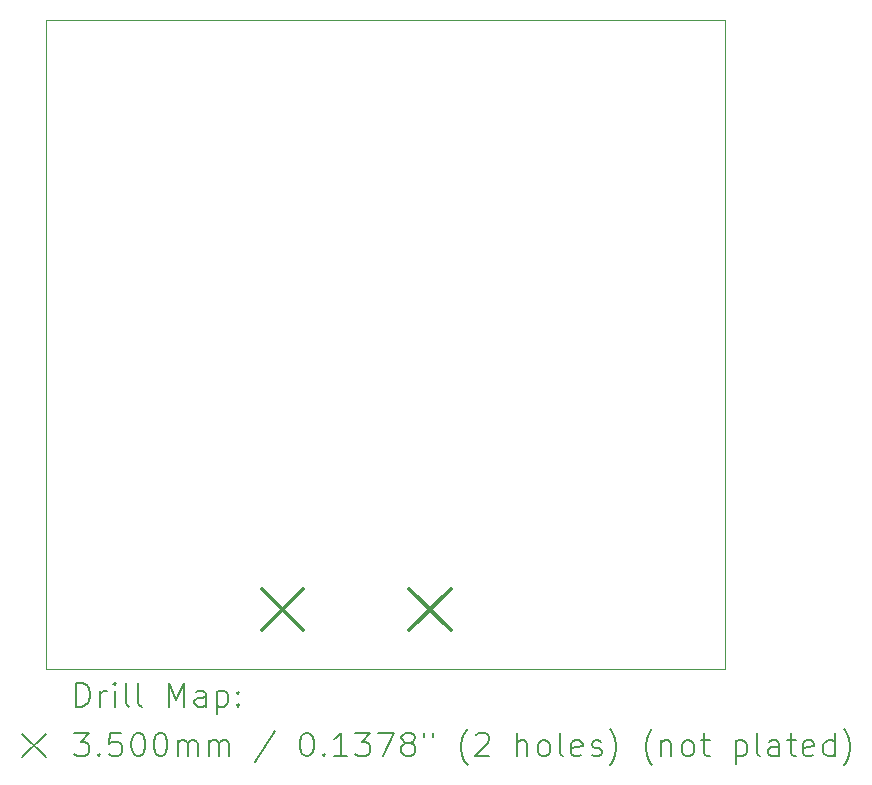
<source format=gbr>
%TF.GenerationSoftware,KiCad,Pcbnew,7.0.7*%
%TF.CreationDate,2023-09-17T16:54:02-03:00*%
%TF.ProjectId,nihon_lamp,6e69686f-6e5f-46c6-916d-702e6b696361,rev?*%
%TF.SameCoordinates,Original*%
%TF.FileFunction,Drillmap*%
%TF.FilePolarity,Positive*%
%FSLAX45Y45*%
G04 Gerber Fmt 4.5, Leading zero omitted, Abs format (unit mm)*
G04 Created by KiCad (PCBNEW 7.0.7) date 2023-09-17 16:54:02*
%MOMM*%
%LPD*%
G01*
G04 APERTURE LIST*
%ADD10C,0.100000*%
%ADD11C,0.200000*%
%ADD12C,0.350000*%
G04 APERTURE END LIST*
D10*
X9500000Y-7000000D02*
X15250000Y-7000000D01*
X15250000Y-12500000D01*
X9500000Y-12500000D01*
X9500000Y-7000000D01*
D11*
D12*
X11325000Y-11818000D02*
X11675000Y-12168000D01*
X11675000Y-11818000D02*
X11325000Y-12168000D01*
X12575000Y-11818000D02*
X12925000Y-12168000D01*
X12925000Y-11818000D02*
X12575000Y-12168000D01*
D11*
X9755777Y-12816484D02*
X9755777Y-12616484D01*
X9755777Y-12616484D02*
X9803396Y-12616484D01*
X9803396Y-12616484D02*
X9831967Y-12626008D01*
X9831967Y-12626008D02*
X9851015Y-12645055D01*
X9851015Y-12645055D02*
X9860539Y-12664103D01*
X9860539Y-12664103D02*
X9870063Y-12702198D01*
X9870063Y-12702198D02*
X9870063Y-12730769D01*
X9870063Y-12730769D02*
X9860539Y-12768865D01*
X9860539Y-12768865D02*
X9851015Y-12787912D01*
X9851015Y-12787912D02*
X9831967Y-12806960D01*
X9831967Y-12806960D02*
X9803396Y-12816484D01*
X9803396Y-12816484D02*
X9755777Y-12816484D01*
X9955777Y-12816484D02*
X9955777Y-12683150D01*
X9955777Y-12721246D02*
X9965301Y-12702198D01*
X9965301Y-12702198D02*
X9974824Y-12692674D01*
X9974824Y-12692674D02*
X9993872Y-12683150D01*
X9993872Y-12683150D02*
X10012920Y-12683150D01*
X10079586Y-12816484D02*
X10079586Y-12683150D01*
X10079586Y-12616484D02*
X10070063Y-12626008D01*
X10070063Y-12626008D02*
X10079586Y-12635531D01*
X10079586Y-12635531D02*
X10089110Y-12626008D01*
X10089110Y-12626008D02*
X10079586Y-12616484D01*
X10079586Y-12616484D02*
X10079586Y-12635531D01*
X10203396Y-12816484D02*
X10184348Y-12806960D01*
X10184348Y-12806960D02*
X10174824Y-12787912D01*
X10174824Y-12787912D02*
X10174824Y-12616484D01*
X10308158Y-12816484D02*
X10289110Y-12806960D01*
X10289110Y-12806960D02*
X10279586Y-12787912D01*
X10279586Y-12787912D02*
X10279586Y-12616484D01*
X10536729Y-12816484D02*
X10536729Y-12616484D01*
X10536729Y-12616484D02*
X10603396Y-12759341D01*
X10603396Y-12759341D02*
X10670063Y-12616484D01*
X10670063Y-12616484D02*
X10670063Y-12816484D01*
X10851015Y-12816484D02*
X10851015Y-12711722D01*
X10851015Y-12711722D02*
X10841491Y-12692674D01*
X10841491Y-12692674D02*
X10822444Y-12683150D01*
X10822444Y-12683150D02*
X10784348Y-12683150D01*
X10784348Y-12683150D02*
X10765301Y-12692674D01*
X10851015Y-12806960D02*
X10831967Y-12816484D01*
X10831967Y-12816484D02*
X10784348Y-12816484D01*
X10784348Y-12816484D02*
X10765301Y-12806960D01*
X10765301Y-12806960D02*
X10755777Y-12787912D01*
X10755777Y-12787912D02*
X10755777Y-12768865D01*
X10755777Y-12768865D02*
X10765301Y-12749817D01*
X10765301Y-12749817D02*
X10784348Y-12740293D01*
X10784348Y-12740293D02*
X10831967Y-12740293D01*
X10831967Y-12740293D02*
X10851015Y-12730769D01*
X10946253Y-12683150D02*
X10946253Y-12883150D01*
X10946253Y-12692674D02*
X10965301Y-12683150D01*
X10965301Y-12683150D02*
X11003396Y-12683150D01*
X11003396Y-12683150D02*
X11022444Y-12692674D01*
X11022444Y-12692674D02*
X11031967Y-12702198D01*
X11031967Y-12702198D02*
X11041491Y-12721246D01*
X11041491Y-12721246D02*
X11041491Y-12778388D01*
X11041491Y-12778388D02*
X11031967Y-12797436D01*
X11031967Y-12797436D02*
X11022444Y-12806960D01*
X11022444Y-12806960D02*
X11003396Y-12816484D01*
X11003396Y-12816484D02*
X10965301Y-12816484D01*
X10965301Y-12816484D02*
X10946253Y-12806960D01*
X11127205Y-12797436D02*
X11136729Y-12806960D01*
X11136729Y-12806960D02*
X11127205Y-12816484D01*
X11127205Y-12816484D02*
X11117682Y-12806960D01*
X11117682Y-12806960D02*
X11127205Y-12797436D01*
X11127205Y-12797436D02*
X11127205Y-12816484D01*
X11127205Y-12692674D02*
X11136729Y-12702198D01*
X11136729Y-12702198D02*
X11127205Y-12711722D01*
X11127205Y-12711722D02*
X11117682Y-12702198D01*
X11117682Y-12702198D02*
X11127205Y-12692674D01*
X11127205Y-12692674D02*
X11127205Y-12711722D01*
X9295000Y-13045000D02*
X9495000Y-13245000D01*
X9495000Y-13045000D02*
X9295000Y-13245000D01*
X9736729Y-13036484D02*
X9860539Y-13036484D01*
X9860539Y-13036484D02*
X9793872Y-13112674D01*
X9793872Y-13112674D02*
X9822444Y-13112674D01*
X9822444Y-13112674D02*
X9841491Y-13122198D01*
X9841491Y-13122198D02*
X9851015Y-13131722D01*
X9851015Y-13131722D02*
X9860539Y-13150769D01*
X9860539Y-13150769D02*
X9860539Y-13198388D01*
X9860539Y-13198388D02*
X9851015Y-13217436D01*
X9851015Y-13217436D02*
X9841491Y-13226960D01*
X9841491Y-13226960D02*
X9822444Y-13236484D01*
X9822444Y-13236484D02*
X9765301Y-13236484D01*
X9765301Y-13236484D02*
X9746253Y-13226960D01*
X9746253Y-13226960D02*
X9736729Y-13217436D01*
X9946253Y-13217436D02*
X9955777Y-13226960D01*
X9955777Y-13226960D02*
X9946253Y-13236484D01*
X9946253Y-13236484D02*
X9936729Y-13226960D01*
X9936729Y-13226960D02*
X9946253Y-13217436D01*
X9946253Y-13217436D02*
X9946253Y-13236484D01*
X10136729Y-13036484D02*
X10041491Y-13036484D01*
X10041491Y-13036484D02*
X10031967Y-13131722D01*
X10031967Y-13131722D02*
X10041491Y-13122198D01*
X10041491Y-13122198D02*
X10060539Y-13112674D01*
X10060539Y-13112674D02*
X10108158Y-13112674D01*
X10108158Y-13112674D02*
X10127205Y-13122198D01*
X10127205Y-13122198D02*
X10136729Y-13131722D01*
X10136729Y-13131722D02*
X10146253Y-13150769D01*
X10146253Y-13150769D02*
X10146253Y-13198388D01*
X10146253Y-13198388D02*
X10136729Y-13217436D01*
X10136729Y-13217436D02*
X10127205Y-13226960D01*
X10127205Y-13226960D02*
X10108158Y-13236484D01*
X10108158Y-13236484D02*
X10060539Y-13236484D01*
X10060539Y-13236484D02*
X10041491Y-13226960D01*
X10041491Y-13226960D02*
X10031967Y-13217436D01*
X10270063Y-13036484D02*
X10289110Y-13036484D01*
X10289110Y-13036484D02*
X10308158Y-13046008D01*
X10308158Y-13046008D02*
X10317682Y-13055531D01*
X10317682Y-13055531D02*
X10327205Y-13074579D01*
X10327205Y-13074579D02*
X10336729Y-13112674D01*
X10336729Y-13112674D02*
X10336729Y-13160293D01*
X10336729Y-13160293D02*
X10327205Y-13198388D01*
X10327205Y-13198388D02*
X10317682Y-13217436D01*
X10317682Y-13217436D02*
X10308158Y-13226960D01*
X10308158Y-13226960D02*
X10289110Y-13236484D01*
X10289110Y-13236484D02*
X10270063Y-13236484D01*
X10270063Y-13236484D02*
X10251015Y-13226960D01*
X10251015Y-13226960D02*
X10241491Y-13217436D01*
X10241491Y-13217436D02*
X10231967Y-13198388D01*
X10231967Y-13198388D02*
X10222444Y-13160293D01*
X10222444Y-13160293D02*
X10222444Y-13112674D01*
X10222444Y-13112674D02*
X10231967Y-13074579D01*
X10231967Y-13074579D02*
X10241491Y-13055531D01*
X10241491Y-13055531D02*
X10251015Y-13046008D01*
X10251015Y-13046008D02*
X10270063Y-13036484D01*
X10460539Y-13036484D02*
X10479586Y-13036484D01*
X10479586Y-13036484D02*
X10498634Y-13046008D01*
X10498634Y-13046008D02*
X10508158Y-13055531D01*
X10508158Y-13055531D02*
X10517682Y-13074579D01*
X10517682Y-13074579D02*
X10527205Y-13112674D01*
X10527205Y-13112674D02*
X10527205Y-13160293D01*
X10527205Y-13160293D02*
X10517682Y-13198388D01*
X10517682Y-13198388D02*
X10508158Y-13217436D01*
X10508158Y-13217436D02*
X10498634Y-13226960D01*
X10498634Y-13226960D02*
X10479586Y-13236484D01*
X10479586Y-13236484D02*
X10460539Y-13236484D01*
X10460539Y-13236484D02*
X10441491Y-13226960D01*
X10441491Y-13226960D02*
X10431967Y-13217436D01*
X10431967Y-13217436D02*
X10422444Y-13198388D01*
X10422444Y-13198388D02*
X10412920Y-13160293D01*
X10412920Y-13160293D02*
X10412920Y-13112674D01*
X10412920Y-13112674D02*
X10422444Y-13074579D01*
X10422444Y-13074579D02*
X10431967Y-13055531D01*
X10431967Y-13055531D02*
X10441491Y-13046008D01*
X10441491Y-13046008D02*
X10460539Y-13036484D01*
X10612920Y-13236484D02*
X10612920Y-13103150D01*
X10612920Y-13122198D02*
X10622444Y-13112674D01*
X10622444Y-13112674D02*
X10641491Y-13103150D01*
X10641491Y-13103150D02*
X10670063Y-13103150D01*
X10670063Y-13103150D02*
X10689110Y-13112674D01*
X10689110Y-13112674D02*
X10698634Y-13131722D01*
X10698634Y-13131722D02*
X10698634Y-13236484D01*
X10698634Y-13131722D02*
X10708158Y-13112674D01*
X10708158Y-13112674D02*
X10727205Y-13103150D01*
X10727205Y-13103150D02*
X10755777Y-13103150D01*
X10755777Y-13103150D02*
X10774825Y-13112674D01*
X10774825Y-13112674D02*
X10784348Y-13131722D01*
X10784348Y-13131722D02*
X10784348Y-13236484D01*
X10879586Y-13236484D02*
X10879586Y-13103150D01*
X10879586Y-13122198D02*
X10889110Y-13112674D01*
X10889110Y-13112674D02*
X10908158Y-13103150D01*
X10908158Y-13103150D02*
X10936729Y-13103150D01*
X10936729Y-13103150D02*
X10955777Y-13112674D01*
X10955777Y-13112674D02*
X10965301Y-13131722D01*
X10965301Y-13131722D02*
X10965301Y-13236484D01*
X10965301Y-13131722D02*
X10974825Y-13112674D01*
X10974825Y-13112674D02*
X10993872Y-13103150D01*
X10993872Y-13103150D02*
X11022444Y-13103150D01*
X11022444Y-13103150D02*
X11041491Y-13112674D01*
X11041491Y-13112674D02*
X11051015Y-13131722D01*
X11051015Y-13131722D02*
X11051015Y-13236484D01*
X11441491Y-13026960D02*
X11270063Y-13284103D01*
X11698634Y-13036484D02*
X11717682Y-13036484D01*
X11717682Y-13036484D02*
X11736729Y-13046008D01*
X11736729Y-13046008D02*
X11746253Y-13055531D01*
X11746253Y-13055531D02*
X11755777Y-13074579D01*
X11755777Y-13074579D02*
X11765301Y-13112674D01*
X11765301Y-13112674D02*
X11765301Y-13160293D01*
X11765301Y-13160293D02*
X11755777Y-13198388D01*
X11755777Y-13198388D02*
X11746253Y-13217436D01*
X11746253Y-13217436D02*
X11736729Y-13226960D01*
X11736729Y-13226960D02*
X11717682Y-13236484D01*
X11717682Y-13236484D02*
X11698634Y-13236484D01*
X11698634Y-13236484D02*
X11679586Y-13226960D01*
X11679586Y-13226960D02*
X11670063Y-13217436D01*
X11670063Y-13217436D02*
X11660539Y-13198388D01*
X11660539Y-13198388D02*
X11651015Y-13160293D01*
X11651015Y-13160293D02*
X11651015Y-13112674D01*
X11651015Y-13112674D02*
X11660539Y-13074579D01*
X11660539Y-13074579D02*
X11670063Y-13055531D01*
X11670063Y-13055531D02*
X11679586Y-13046008D01*
X11679586Y-13046008D02*
X11698634Y-13036484D01*
X11851015Y-13217436D02*
X11860539Y-13226960D01*
X11860539Y-13226960D02*
X11851015Y-13236484D01*
X11851015Y-13236484D02*
X11841491Y-13226960D01*
X11841491Y-13226960D02*
X11851015Y-13217436D01*
X11851015Y-13217436D02*
X11851015Y-13236484D01*
X12051015Y-13236484D02*
X11936729Y-13236484D01*
X11993872Y-13236484D02*
X11993872Y-13036484D01*
X11993872Y-13036484D02*
X11974825Y-13065055D01*
X11974825Y-13065055D02*
X11955777Y-13084103D01*
X11955777Y-13084103D02*
X11936729Y-13093627D01*
X12117682Y-13036484D02*
X12241491Y-13036484D01*
X12241491Y-13036484D02*
X12174825Y-13112674D01*
X12174825Y-13112674D02*
X12203396Y-13112674D01*
X12203396Y-13112674D02*
X12222444Y-13122198D01*
X12222444Y-13122198D02*
X12231967Y-13131722D01*
X12231967Y-13131722D02*
X12241491Y-13150769D01*
X12241491Y-13150769D02*
X12241491Y-13198388D01*
X12241491Y-13198388D02*
X12231967Y-13217436D01*
X12231967Y-13217436D02*
X12222444Y-13226960D01*
X12222444Y-13226960D02*
X12203396Y-13236484D01*
X12203396Y-13236484D02*
X12146253Y-13236484D01*
X12146253Y-13236484D02*
X12127206Y-13226960D01*
X12127206Y-13226960D02*
X12117682Y-13217436D01*
X12308158Y-13036484D02*
X12441491Y-13036484D01*
X12441491Y-13036484D02*
X12355777Y-13236484D01*
X12546253Y-13122198D02*
X12527206Y-13112674D01*
X12527206Y-13112674D02*
X12517682Y-13103150D01*
X12517682Y-13103150D02*
X12508158Y-13084103D01*
X12508158Y-13084103D02*
X12508158Y-13074579D01*
X12508158Y-13074579D02*
X12517682Y-13055531D01*
X12517682Y-13055531D02*
X12527206Y-13046008D01*
X12527206Y-13046008D02*
X12546253Y-13036484D01*
X12546253Y-13036484D02*
X12584348Y-13036484D01*
X12584348Y-13036484D02*
X12603396Y-13046008D01*
X12603396Y-13046008D02*
X12612920Y-13055531D01*
X12612920Y-13055531D02*
X12622444Y-13074579D01*
X12622444Y-13074579D02*
X12622444Y-13084103D01*
X12622444Y-13084103D02*
X12612920Y-13103150D01*
X12612920Y-13103150D02*
X12603396Y-13112674D01*
X12603396Y-13112674D02*
X12584348Y-13122198D01*
X12584348Y-13122198D02*
X12546253Y-13122198D01*
X12546253Y-13122198D02*
X12527206Y-13131722D01*
X12527206Y-13131722D02*
X12517682Y-13141246D01*
X12517682Y-13141246D02*
X12508158Y-13160293D01*
X12508158Y-13160293D02*
X12508158Y-13198388D01*
X12508158Y-13198388D02*
X12517682Y-13217436D01*
X12517682Y-13217436D02*
X12527206Y-13226960D01*
X12527206Y-13226960D02*
X12546253Y-13236484D01*
X12546253Y-13236484D02*
X12584348Y-13236484D01*
X12584348Y-13236484D02*
X12603396Y-13226960D01*
X12603396Y-13226960D02*
X12612920Y-13217436D01*
X12612920Y-13217436D02*
X12622444Y-13198388D01*
X12622444Y-13198388D02*
X12622444Y-13160293D01*
X12622444Y-13160293D02*
X12612920Y-13141246D01*
X12612920Y-13141246D02*
X12603396Y-13131722D01*
X12603396Y-13131722D02*
X12584348Y-13122198D01*
X12698634Y-13036484D02*
X12698634Y-13074579D01*
X12774825Y-13036484D02*
X12774825Y-13074579D01*
X13070063Y-13312674D02*
X13060539Y-13303150D01*
X13060539Y-13303150D02*
X13041491Y-13274579D01*
X13041491Y-13274579D02*
X13031968Y-13255531D01*
X13031968Y-13255531D02*
X13022444Y-13226960D01*
X13022444Y-13226960D02*
X13012920Y-13179341D01*
X13012920Y-13179341D02*
X13012920Y-13141246D01*
X13012920Y-13141246D02*
X13022444Y-13093627D01*
X13022444Y-13093627D02*
X13031968Y-13065055D01*
X13031968Y-13065055D02*
X13041491Y-13046008D01*
X13041491Y-13046008D02*
X13060539Y-13017436D01*
X13060539Y-13017436D02*
X13070063Y-13007912D01*
X13136729Y-13055531D02*
X13146253Y-13046008D01*
X13146253Y-13046008D02*
X13165301Y-13036484D01*
X13165301Y-13036484D02*
X13212920Y-13036484D01*
X13212920Y-13036484D02*
X13231968Y-13046008D01*
X13231968Y-13046008D02*
X13241491Y-13055531D01*
X13241491Y-13055531D02*
X13251015Y-13074579D01*
X13251015Y-13074579D02*
X13251015Y-13093627D01*
X13251015Y-13093627D02*
X13241491Y-13122198D01*
X13241491Y-13122198D02*
X13127206Y-13236484D01*
X13127206Y-13236484D02*
X13251015Y-13236484D01*
X13489110Y-13236484D02*
X13489110Y-13036484D01*
X13574825Y-13236484D02*
X13574825Y-13131722D01*
X13574825Y-13131722D02*
X13565301Y-13112674D01*
X13565301Y-13112674D02*
X13546253Y-13103150D01*
X13546253Y-13103150D02*
X13517682Y-13103150D01*
X13517682Y-13103150D02*
X13498634Y-13112674D01*
X13498634Y-13112674D02*
X13489110Y-13122198D01*
X13698634Y-13236484D02*
X13679587Y-13226960D01*
X13679587Y-13226960D02*
X13670063Y-13217436D01*
X13670063Y-13217436D02*
X13660539Y-13198388D01*
X13660539Y-13198388D02*
X13660539Y-13141246D01*
X13660539Y-13141246D02*
X13670063Y-13122198D01*
X13670063Y-13122198D02*
X13679587Y-13112674D01*
X13679587Y-13112674D02*
X13698634Y-13103150D01*
X13698634Y-13103150D02*
X13727206Y-13103150D01*
X13727206Y-13103150D02*
X13746253Y-13112674D01*
X13746253Y-13112674D02*
X13755777Y-13122198D01*
X13755777Y-13122198D02*
X13765301Y-13141246D01*
X13765301Y-13141246D02*
X13765301Y-13198388D01*
X13765301Y-13198388D02*
X13755777Y-13217436D01*
X13755777Y-13217436D02*
X13746253Y-13226960D01*
X13746253Y-13226960D02*
X13727206Y-13236484D01*
X13727206Y-13236484D02*
X13698634Y-13236484D01*
X13879587Y-13236484D02*
X13860539Y-13226960D01*
X13860539Y-13226960D02*
X13851015Y-13207912D01*
X13851015Y-13207912D02*
X13851015Y-13036484D01*
X14031968Y-13226960D02*
X14012920Y-13236484D01*
X14012920Y-13236484D02*
X13974825Y-13236484D01*
X13974825Y-13236484D02*
X13955777Y-13226960D01*
X13955777Y-13226960D02*
X13946253Y-13207912D01*
X13946253Y-13207912D02*
X13946253Y-13131722D01*
X13946253Y-13131722D02*
X13955777Y-13112674D01*
X13955777Y-13112674D02*
X13974825Y-13103150D01*
X13974825Y-13103150D02*
X14012920Y-13103150D01*
X14012920Y-13103150D02*
X14031968Y-13112674D01*
X14031968Y-13112674D02*
X14041491Y-13131722D01*
X14041491Y-13131722D02*
X14041491Y-13150769D01*
X14041491Y-13150769D02*
X13946253Y-13169817D01*
X14117682Y-13226960D02*
X14136730Y-13236484D01*
X14136730Y-13236484D02*
X14174825Y-13236484D01*
X14174825Y-13236484D02*
X14193872Y-13226960D01*
X14193872Y-13226960D02*
X14203396Y-13207912D01*
X14203396Y-13207912D02*
X14203396Y-13198388D01*
X14203396Y-13198388D02*
X14193872Y-13179341D01*
X14193872Y-13179341D02*
X14174825Y-13169817D01*
X14174825Y-13169817D02*
X14146253Y-13169817D01*
X14146253Y-13169817D02*
X14127206Y-13160293D01*
X14127206Y-13160293D02*
X14117682Y-13141246D01*
X14117682Y-13141246D02*
X14117682Y-13131722D01*
X14117682Y-13131722D02*
X14127206Y-13112674D01*
X14127206Y-13112674D02*
X14146253Y-13103150D01*
X14146253Y-13103150D02*
X14174825Y-13103150D01*
X14174825Y-13103150D02*
X14193872Y-13112674D01*
X14270063Y-13312674D02*
X14279587Y-13303150D01*
X14279587Y-13303150D02*
X14298634Y-13274579D01*
X14298634Y-13274579D02*
X14308158Y-13255531D01*
X14308158Y-13255531D02*
X14317682Y-13226960D01*
X14317682Y-13226960D02*
X14327206Y-13179341D01*
X14327206Y-13179341D02*
X14327206Y-13141246D01*
X14327206Y-13141246D02*
X14317682Y-13093627D01*
X14317682Y-13093627D02*
X14308158Y-13065055D01*
X14308158Y-13065055D02*
X14298634Y-13046008D01*
X14298634Y-13046008D02*
X14279587Y-13017436D01*
X14279587Y-13017436D02*
X14270063Y-13007912D01*
X14631968Y-13312674D02*
X14622444Y-13303150D01*
X14622444Y-13303150D02*
X14603396Y-13274579D01*
X14603396Y-13274579D02*
X14593872Y-13255531D01*
X14593872Y-13255531D02*
X14584349Y-13226960D01*
X14584349Y-13226960D02*
X14574825Y-13179341D01*
X14574825Y-13179341D02*
X14574825Y-13141246D01*
X14574825Y-13141246D02*
X14584349Y-13093627D01*
X14584349Y-13093627D02*
X14593872Y-13065055D01*
X14593872Y-13065055D02*
X14603396Y-13046008D01*
X14603396Y-13046008D02*
X14622444Y-13017436D01*
X14622444Y-13017436D02*
X14631968Y-13007912D01*
X14708158Y-13103150D02*
X14708158Y-13236484D01*
X14708158Y-13122198D02*
X14717682Y-13112674D01*
X14717682Y-13112674D02*
X14736730Y-13103150D01*
X14736730Y-13103150D02*
X14765301Y-13103150D01*
X14765301Y-13103150D02*
X14784349Y-13112674D01*
X14784349Y-13112674D02*
X14793872Y-13131722D01*
X14793872Y-13131722D02*
X14793872Y-13236484D01*
X14917682Y-13236484D02*
X14898634Y-13226960D01*
X14898634Y-13226960D02*
X14889111Y-13217436D01*
X14889111Y-13217436D02*
X14879587Y-13198388D01*
X14879587Y-13198388D02*
X14879587Y-13141246D01*
X14879587Y-13141246D02*
X14889111Y-13122198D01*
X14889111Y-13122198D02*
X14898634Y-13112674D01*
X14898634Y-13112674D02*
X14917682Y-13103150D01*
X14917682Y-13103150D02*
X14946253Y-13103150D01*
X14946253Y-13103150D02*
X14965301Y-13112674D01*
X14965301Y-13112674D02*
X14974825Y-13122198D01*
X14974825Y-13122198D02*
X14984349Y-13141246D01*
X14984349Y-13141246D02*
X14984349Y-13198388D01*
X14984349Y-13198388D02*
X14974825Y-13217436D01*
X14974825Y-13217436D02*
X14965301Y-13226960D01*
X14965301Y-13226960D02*
X14946253Y-13236484D01*
X14946253Y-13236484D02*
X14917682Y-13236484D01*
X15041492Y-13103150D02*
X15117682Y-13103150D01*
X15070063Y-13036484D02*
X15070063Y-13207912D01*
X15070063Y-13207912D02*
X15079587Y-13226960D01*
X15079587Y-13226960D02*
X15098634Y-13236484D01*
X15098634Y-13236484D02*
X15117682Y-13236484D01*
X15336730Y-13103150D02*
X15336730Y-13303150D01*
X15336730Y-13112674D02*
X15355777Y-13103150D01*
X15355777Y-13103150D02*
X15393873Y-13103150D01*
X15393873Y-13103150D02*
X15412920Y-13112674D01*
X15412920Y-13112674D02*
X15422444Y-13122198D01*
X15422444Y-13122198D02*
X15431968Y-13141246D01*
X15431968Y-13141246D02*
X15431968Y-13198388D01*
X15431968Y-13198388D02*
X15422444Y-13217436D01*
X15422444Y-13217436D02*
X15412920Y-13226960D01*
X15412920Y-13226960D02*
X15393873Y-13236484D01*
X15393873Y-13236484D02*
X15355777Y-13236484D01*
X15355777Y-13236484D02*
X15336730Y-13226960D01*
X15546253Y-13236484D02*
X15527206Y-13226960D01*
X15527206Y-13226960D02*
X15517682Y-13207912D01*
X15517682Y-13207912D02*
X15517682Y-13036484D01*
X15708158Y-13236484D02*
X15708158Y-13131722D01*
X15708158Y-13131722D02*
X15698634Y-13112674D01*
X15698634Y-13112674D02*
X15679587Y-13103150D01*
X15679587Y-13103150D02*
X15641492Y-13103150D01*
X15641492Y-13103150D02*
X15622444Y-13112674D01*
X15708158Y-13226960D02*
X15689111Y-13236484D01*
X15689111Y-13236484D02*
X15641492Y-13236484D01*
X15641492Y-13236484D02*
X15622444Y-13226960D01*
X15622444Y-13226960D02*
X15612920Y-13207912D01*
X15612920Y-13207912D02*
X15612920Y-13188865D01*
X15612920Y-13188865D02*
X15622444Y-13169817D01*
X15622444Y-13169817D02*
X15641492Y-13160293D01*
X15641492Y-13160293D02*
X15689111Y-13160293D01*
X15689111Y-13160293D02*
X15708158Y-13150769D01*
X15774825Y-13103150D02*
X15851015Y-13103150D01*
X15803396Y-13036484D02*
X15803396Y-13207912D01*
X15803396Y-13207912D02*
X15812920Y-13226960D01*
X15812920Y-13226960D02*
X15831968Y-13236484D01*
X15831968Y-13236484D02*
X15851015Y-13236484D01*
X15993873Y-13226960D02*
X15974825Y-13236484D01*
X15974825Y-13236484D02*
X15936730Y-13236484D01*
X15936730Y-13236484D02*
X15917682Y-13226960D01*
X15917682Y-13226960D02*
X15908158Y-13207912D01*
X15908158Y-13207912D02*
X15908158Y-13131722D01*
X15908158Y-13131722D02*
X15917682Y-13112674D01*
X15917682Y-13112674D02*
X15936730Y-13103150D01*
X15936730Y-13103150D02*
X15974825Y-13103150D01*
X15974825Y-13103150D02*
X15993873Y-13112674D01*
X15993873Y-13112674D02*
X16003396Y-13131722D01*
X16003396Y-13131722D02*
X16003396Y-13150769D01*
X16003396Y-13150769D02*
X15908158Y-13169817D01*
X16174825Y-13236484D02*
X16174825Y-13036484D01*
X16174825Y-13226960D02*
X16155777Y-13236484D01*
X16155777Y-13236484D02*
X16117682Y-13236484D01*
X16117682Y-13236484D02*
X16098634Y-13226960D01*
X16098634Y-13226960D02*
X16089111Y-13217436D01*
X16089111Y-13217436D02*
X16079587Y-13198388D01*
X16079587Y-13198388D02*
X16079587Y-13141246D01*
X16079587Y-13141246D02*
X16089111Y-13122198D01*
X16089111Y-13122198D02*
X16098634Y-13112674D01*
X16098634Y-13112674D02*
X16117682Y-13103150D01*
X16117682Y-13103150D02*
X16155777Y-13103150D01*
X16155777Y-13103150D02*
X16174825Y-13112674D01*
X16251015Y-13312674D02*
X16260539Y-13303150D01*
X16260539Y-13303150D02*
X16279587Y-13274579D01*
X16279587Y-13274579D02*
X16289111Y-13255531D01*
X16289111Y-13255531D02*
X16298634Y-13226960D01*
X16298634Y-13226960D02*
X16308158Y-13179341D01*
X16308158Y-13179341D02*
X16308158Y-13141246D01*
X16308158Y-13141246D02*
X16298634Y-13093627D01*
X16298634Y-13093627D02*
X16289111Y-13065055D01*
X16289111Y-13065055D02*
X16279587Y-13046008D01*
X16279587Y-13046008D02*
X16260539Y-13017436D01*
X16260539Y-13017436D02*
X16251015Y-13007912D01*
M02*

</source>
